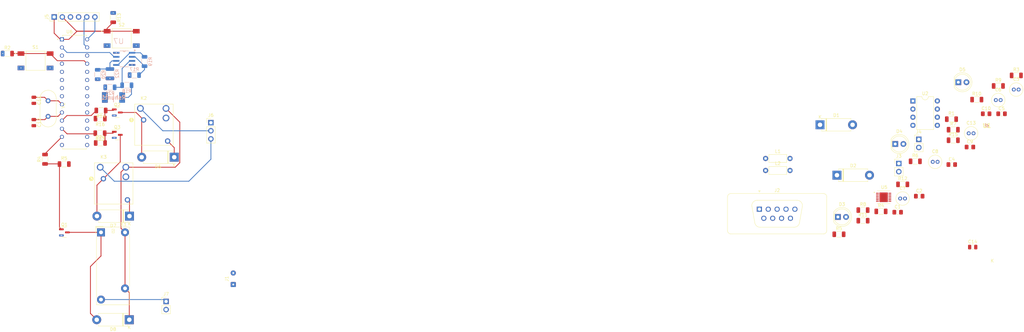
<source format=kicad_pcb>
(kicad_pcb (version 20211014) (generator pcbnew)
  (layers (0 "F.Cu" signal) (31 "B.Cu" signal) (34 "B.Paste" user) (35 "F.Paste" user) (36 "B.SilkS" user "B.Silkscreen") (37 "F.SilkS" user "F.Silkscreen") (38 "B.Mask" user) (39 "F.Mask" user) (44 "Edge.Cuts" user))
  (net 0 "")
  (net 1 "Net-(C1-Pad1)")
  (net 2 "+VCC2")
  (net 3 "Net-(C2-Pad1)")
  (net 4 "+VCC1")
  (net 5 "Net-(C4-Pad1)")
  (net 6 "Net-(C5-Pad1)")
  (net 7 "/CANH")
  (net 8 "/CANL")
  (net 9 "/OSC1")
  (net 10 "/OSC2 ")
  (net 11 "VBAT")
  (net 12 "Net-(D3-Pad2)")
  (net 13 "Net-(D4-Pad2)")
  (net 14 "Net-(D5-Pad2)")
  (net 15 "Net-(D6-Pad2)")
  (net 16 "Net-(D7-Pad2)")
  (net 23 "Net-(C1-Pad2)")
  (net 24 "/RESET")
  (net 25 "/PGC")
  (net 26 "/PGD")
  (net 27 "M2")
  (net 28 "M1")
  (net 29 "Net-(J7-Pad1)")
  (net 30 "Net-(K1-Pad1)")
  (net 31 "/PMW_5V")
  (net 32 "/Relé1")
  (net 33 "/Relé2")
  (net 34 "/Heater")
  (net 35 "Net-(R4-Pad1)")
  (net 36 "/SCL2")
  (net 37 "Net-(R7-Pad2)")
  (net 38 "Net-(R15-Pad1)")
  (net 39 "Net-(R17-Pad1)")
  (net 40 "Net-(R18-Pad1)")
  (net 41 "/Relé_Out")
  (net 42 "/IN_B")
  (net 43 "Net-(R20-Pad2)")
  (net 44 "/TX_CAN")
  (net 45 "/RX_CAN")
  (net 46 "Net-(C2-Pad2)")
  (net 47 "/INTB")
  (net 48 "/SD")
  (net 49 "Net-(U7-Pad8)")
  (net 58 "GND")
  (net 59 "Net-(D6-Pad1)")
  (net 60 "Net-(K3-Pad2)")
  (net 61 "Net-(Q1-Pad1)")
  (net 62 "Net-(Q2-Pad1)")
  (net 63 "Net-(Q3-Pad1)")
  (net 64 "/SCL1")
  (net 65 "/SDA1")
  (net 66 "Net-(R6-Pad2)")
  (net 67 "/SDA2")
  (net 69 "INTERRP")
  (footprint "Capacitor_SMD:C_0805_2012Metric" (layer "F.Cu") (at 412.98 129.06)
    (fp_text reference "C14")
    (fp_text value "100 nF")
  )
  (footprint "Capacitor_SMD:C_0805_2012Metric_Pad1.18x1.45mm_HandSolder" (layer "F.Cu") (at 421.985 87.4)
    (fp_text reference "C5")
    (fp_text value "10uF")
  )
  (footprint "Inductor_THT:L_Axial_L5.3mm_D2.2mm_P7.62mm_Horizontal_Vishay_IM-1" (layer "F.Cu") (at 348.355 105.12)
    (fp_text reference "L2")
    (fp_text value "18uH")
  )
  (footprint "Package_TO_SOT_SMD:SOT-23" (layer "F.Cu") (at 146.05 86.995)
    (fp_text reference "Q2")
    (fp_text value "BC817")
  )
  (footprint "Resistor_SMD:R_1206_3216Metric" (layer "F.Cu") (at 395.055 102.26)
    (fp_text reference "R6")
    (fp_text value "200k")
  )
  (footprint "Diode_THT:D_5W_P10.16mm_Horizontal" (layer "F.Cu") (at 365.335 90.84)
    (fp_text reference "D1")
    (fp_text value "1N4002")
  )
  (footprint "Capacitor_THT:C_Radial_D4.0mm_H5.0mm_P1.50mm" (layer "F.Cu") (at 420.195 83.12)
    (fp_text reference "C6")
    (fp_text value "10uF")
  )
  (footprint "Llibreria_Projecte_Maleter:RELAY_1393280-5" (layer "F.Cu") (at 157.48 90.805)
    (fp_text reference "K2")
    (fp_text value "1393280-5")
  )
  (footprint "Resistor_SMD:R_1206_3216Metric" (layer "F.Cu") (at 140.6545 93.472 180)
    (fp_text reference "R23")
    (fp_text value "60k")
  )
  (footprint "Resistor_SMD:R_1206_3216Metric" (layer "F.Cu") (at 111.76 68.58)
    (fp_text reference "R2")
    (fp_text value "10K")
  )
  (footprint "Llibreria_Projecte_Maleter:SW_2-1437565-7" (layer "F.Cu") (at 147.425 63.845)
    (fp_text reference "S2")
    (fp_text value "2-1437565-7")
  )
  (footprint "Package_TO_SOT_SMD:SOT-23" (layer "F.Cu") (at 129.54 124.46)
    (fp_text reference "Q1")
    (fp_text value "BC817")
  )
  (footprint "Capacitor_SMD:C_0805_2012Metric" (layer "F.Cu") (at 120.015 83.185 -90)
    (fp_text reference "C11")
    (fp_text value "15 pF")
  )
  (footprint "Package_DIP:DIP-8_W7.62mm" (layer "F.Cu") (at 394.325 83.39)
    (fp_text reference "U2")
    (fp_text value "MCP2551-I-P")
  )
  (footprint "Llibreria_Projecte_Maleter:DIP787W45P254L3556H508Q28" (layer "F.Cu") (at 132.715 80.645)
    (fp_text reference "U6")
    (fp_text value "PIC18F258-I/SP")
  )
  (footprint "Capacitor_THT:C_Radial_D4.0mm_H5.0mm_P1.50mm" (layer "F.Cu") (at 400.515 102.42)
    (fp_text reference "C8")
    (fp_text value "100pF")
  )
  (footprint "Resistor_SMD:R_1206_3216Metric" (layer "F.Cu") (at 426.585 75.41)
    (fp_text reference "R3")
    (fp_text value "22k")
  )
  (footprint "Connector_PinHeader_2.54mm:PinHeader_1x02_P2.54mm_Vertical" (layer "F.Cu") (at 389.925 102.94)
    (fp_text reference "J3")
    (fp_text value "Conn_01x02")
  )
  (footprint "Diode_THT:D_5W_P10.16mm_Horizontal" (layer "F.Cu") (at 149.86 119.38 180)
    (fp_text reference "D7")
    (fp_text value "1N4002")
  )
  (footprint "Resistor_SMD:R_1206_3216Metric" (layer "F.Cu") (at 384.355 117.91)
    (fp_text reference "R4")
    (fp_text value "10k")
  )
  (footprint "Resistor_SMD:R_1206_3216Metric" (layer "F.Cu") (at 140.716 88.9 180)
    (fp_text reference "R16")
    (fp_text value "10k")
  )
  (footprint "Llibreria_Projecte_Maleter:SW_2-1437565-7" (layer "F.Cu") (at 120.545 70.83)
    (fp_text reference "S1")
    (fp_text value "2-1437565-7")
  )
  (footprint "Resistor_SMD:R_1206_3216Metric" (layer "F.Cu") (at 140.7775 96.52)
    (fp_text reference "R24")
    (fp_text value "10k")
  )
  (footprint "Capacitor_SMD:C_0805_2012Metric_Pad1.18x1.45mm_HandSolder" (layer "F.Cu") (at 406.445 103.27)
    (fp_text reference "C4")
    (fp_text value "10uF")
  )
  (footprint "Resistor_SMD:R_1206_3216Metric" (layer "F.Cu") (at 391.135 109.46)
    (fp_text reference "R12")
    (fp_text value "60")
  )
  (footprint "Diode_THT:D_5W_P10.16mm_Horizontal" (layer "F.Cu") (at 370.615 106.59)
    (fp_text reference "D2")
    (fp_text value "1N4002")
  )
  (footprint "Connector_PinHeader_2.54mm:PinHeader_1x03_P2.54mm_Vertical" (layer "F.Cu") (at 175.26 90.17)
    (fp_text reference "J6")
    (fp_text value "Conn_Male")
  )
  (footprint "Connector_PinHeader_2.54mm:PinHeader_1x06_P2.54mm_Vertical" (layer "F.Cu") (at 126.365 57.15 90)
    (fp_text reference "J5")
    (fp_text value "Conn_01x06_Fem")
  )
  (footprint "Relay_THT:Relay_1P1T_NO_10x24x18.8mm_Panasonic_ADW11xxxxW_THT" (layer "F.Cu") (at 140.97 124.46)
    (fp_text reference "K1")
    (fp_text value "ADW11")
  )
  (footprint "LED_THT:LED_D5.0mm" (layer "F.Cu") (at 408.495 77.54)
    (fp_text reference "D5")
    (fp_text value "LED")
  )
  (footprint "LED_THT:LED_D5.0mm" (layer "F.Cu") (at 370.915 119.64)
    (fp_text reference "D3")
    (fp_text value "LED")
  )
  (footprint "Crystal:Crystal_HC49-4H_Vertical" (layer "F.Cu") (at 124.46 83.335 -90)
    (fp_text reference "Y1")
    (fp_text value "Crystal")
  )
  (footprint "Resistor_SMD:R_1206_3216Metric" (layer "F.Cu") (at 123.5055 101.6 90)
    (fp_text reference "R4")
    (fp_text value "60k")
  )
  (footprint "Diode_THT:D_5W_P10.16mm_Horizontal" (layer "F.Cu") (at 149.8 151.765 180)
    (fp_text reference "D8")
    (fp_text value "1N4002")
  )
  (footprint "Capacitor_SMD:C_0805_2012Metric_Pad1.18x1.45mm_HandSolder" (layer "F.Cu") (at 417.175 87.4)
    (fp_text reference "C10")
    (fp_text value "0.1uF")
  )
  (footprint "Resistor_SMD:R_1206_3216Metric" (layer "F.Cu") (at 406.355 89.09)
    (fp_text reference "R1")
    (fp_text value "22k")
  )
  (footprint "Resistor_SMD:R_1206_3216Metric" (layer "F.Cu") (at 371.245 125.06)
    (fp_text reference "R5")
    (fp_text value "10k")
  )
  (footprint "Resistor_SMD:R_1206_3216Metric" (layer "F.Cu") (at 420.975 78.7)
    (fp_text reference "R9")
    (fp_text value "22k")
  )
  (footprint "Package_TO_SOT_SMD:SOT-23" (layer "F.Cu") (at 146.05 93.98)
    (fp_text reference "Q3")
    (fp_text value "BC817")
  )
  (footprint "Inductor_THT:L_Axial_L5.3mm_D2.2mm_P7.62mm_Horizontal_Vishay_IM-1" (layer "F.Cu") (at 348.355 101.37)
    (fp_text reference "L1")
    (fp_text value "18uH")
  )
  (footprint "Connector_Wire:SolderWire-0.1sqmm_1x02_P3.6mm_D0.4mm_OD1mm" (layer "F.Cu") (at 182.245 140.76 90)
    (fp_text reference "J1")
    (fp_text value "Conn_01x02")
  )
  (footprint "Resistor_SMD:R_1206_3216Metric" (layer "F.Cu") (at 378.745 120.8)
    (fp_text reference "R11")
    (fp_text value "1k")
  )
  (footprint "Llibreria_Projecte_Maleter:RELAY_1393280-5" (layer "F.Cu") (at 144.945 109.18)
    (fp_text reference "K3")
    (fp_text value "1393280-5")
  )
  (footprint "Resistor_SMD:R_1206_3216Metric" (layer "F.Cu") (at 406.905 95.67)
    (fp_text reference "R15")
    (fp_text value "1k")
  )
  (footprint "Connector_PinHeader_2.54mm:PinHeader_1x02_P2.54mm_Vertical" (layer "F.Cu") (at 161.29 146.05)
    (fp_text reference "J7")
    (fp_text value "Conn_01x02")
  )
  (footprint "Resistor_SMD:R_1206_3216Metric" (layer "F.Cu") (at 144.78 57.3425 -90)
    (fp_text reference "R13")
    (fp_text value "10K")
  )
  (footprint "Capacitor_SMD:C_0805_2012Metric_Pad1.18x1.45mm_HandSolder" (layer "F.Cu") (at 396.285 113.15)
    (fp_text reference "C2")
    (fp_text value "33pF")
  )
  (footprint "Capacitor_THT:C_Radial_D4.0mm_H5.0mm_P1.50mm" (layer "F.Cu") (at 411.735 93.51)
    (fp_text reference "C13")
    (fp_text value "100nF")
  )
  (footprint "Capacitor_SMD:C_0805_2012Metric" (layer "F.Cu") (at 120.015 90.17 -90)
    (fp_text reference "C12")
    (fp_text value "15 pF")
  )
  (footprint "Diode_THT:D_5W_P10.16mm_Horizontal" (layer "F.Cu") (at 163.83 100.965 180)
    (fp_text reference "D6")
    (fp_text value "1N4002")
  )
  (footprint "Capacitor_THT:C_Radial_D4.0mm_H5.0mm_P1.50mm" (layer "F.Cu") (at 425.805 79.83)
    (fp_text reference "C3")
    (fp_text value "100nF")
  )
  (footprint "Resistor_SMD:R_1206_3216Metric" (layer "F.Cu") (at 406.905 92.38)
    (fp_text reference "R7")
    (fp_text value "20k")
  )
  (footprint "Resistor_SMD:R_1206_3216Metric" (layer "F.Cu") (at 129.4785 103.124)
    (fp_text reference "R5")
    (fp_text value "10k")
  )
  (footprint "LED_THT:LED_D5.0mm" (layer "F.Cu") (at 388.815 96.84)
    (fp_text reference "D4")
    (fp_text value "LED")
  )
  (footprint "Llibreria_Projecte_Maleter:TCA39306DTMR" (layer "F.Cu") (at 417.41 91.13)
    (fp_text reference "U1")
    (fp_text value "TCA39306DTMR" hide)
  )
  (footprint "Connector_PinHeader_2.54mm:PinHeader_1x02_P2.54mm_Vertical" (layer "F.Cu") (at 396.165 95.39)
    (fp_text reference "J4")
    (fp_text value "Conn_01x02")
  )
  (footprint "Connector_Dsub:DSUB-9_Male_Vertical_P2.77x2.84mm" (layer "F.Cu") (at 346.415 117.219338)
    (fp_text reference "J2")
    (fp_text value "DB9_Male")
  )
  (footprint "Capacitor_THT:C_Radial_D4.0mm_H5.0mm_P1.50mm" (layer "F.Cu") (at 390.355 113.88)
    (fp_text reference "C7")
    (fp_text value "10uF")
  )
  (footprint "Resistor_SMD:R_1206_3216Metric" (layer "F.Cu") (at 414.255 82.96)
    (fp_text reference "R10")
    (fp_text value "1k")
  )
  (footprint "Resistor_SMD:R_1206_3216Metric" (layer "F.Cu") (at 378.745 117.51)
    (fp_text reference "R8")
    (fp_text value "22k")
  )
  (footprint "Llibreria_Projecte_Maleter:SON50P400X400X100-13N" (layer "F.Cu") (at 385.19 113.49)
    (fp_text reference "U5")
    (fp_text value "FDC2212QDNTTQ1")
  )
  (footprint "Resistor_SMD:R_1206_3216Metric" (layer "F.Cu") (at 140.97 86.36 180)
    (fp_text reference "R14")
    (fp_text value "60k")
  )
  (footprint "Capacitor_SMD:C_0805_2012Metric_Pad1.18x1.45mm_HandSolder" (layer "F.Cu") (at 412.115 97.79)
    (fp_text reference "C9")
    (fp_text value "0.1 uF")
  )
  (footprint "Capacitor_SMD:C_0805_2012Metric_Pad1.18x1.45mm_HandSolder" (layer "F.Cu") (at 389.565 118.16)
    (fp_text reference "C1")
    (fp_text value "33pF")
  )
  (footprint "Resistor_SMD:R_1206_3216Metric" (layer "B.Cu") (at 149.0325 78.49)
    (fp_text reference "R18")
    (fp_text value "1k")
  )
  (footprint "Resistor_SMD:R_1206_3216Metric" (layer "B.Cu") (at 143.76 79.125)
    (fp_text reference "R21")
    (fp_text value "100k")
  )
  (footprint "Llibreria_Projecte_Maleter:SOIC127P600X175-8N" (layer "B.Cu") (at 148.205 70.235 180)
    (fp_text reference "U7")
    (fp_text value "AD8616ARZ")
  )
  (footprint "Llibreria_Projecte_Maleter:ShuntRes" (layer "B.Cu") (at 144.87 82.3 180)
    (fp_text reference "Rshunt1")
    (fp_text value "2m" hide)
  )
  (footprint "Resistor_SMD:R_1206_3216Metric" (layer "B.Cu") (at 139.95 75.1225 90)
    (fp_text reference "R20")
    (fp_text value "10k")
  )
  (footprint "Resistor_SMD:R_1206_3216Metric" (layer "B.Cu") (at 154.555 71.0625 90)
    (fp_text reference "R19")
    (fp_text value "100k")
  )
  (footprint "Resistor_SMD:R_1210_3225Metric" (layer "B.Cu") (at 143.76 74.8725 90)
    (fp_text reference "R22")
    (fp_text value "80k")
  )
  (footprint "Resistor_SMD:R_1206_3216Metric" (layer "B.Cu") (at 151.38 75.315 180)
    (fp_text reference "R17")
    (fp_text value "1k")
  )
  (segment (start 127.658 83.335) (end 128.778 84.455) (width 0.25) (layer "F.Cu") (net 9))
  (segment (start 123.36 82.235) (end 124.46 83.335) (width 0.25) (layer "F.Cu") (net 9))
  (segment (start 120.015 82.235) (end 123.36 82.235) (width 0.25) (layer "F.Cu") (net 9))
  (segment (start 124.46 83.335) (end 127.658 83.335) (width 0.25) (layer "F.Cu") (net 9))
  (segment (start 124.46 88.215) (end 127.558 88.215) (width 0.25) (layer "F.Cu") (net 10))
  (segment (start 123.455 89.22) (end 124.46 88.215) (width 0.25) (layer "F.Cu") (net 10))
  (segment (start 127.558 88.215) (end 128.778 86.995) (width 0.25) (layer "F.Cu") (net 10))
  (segment (start 120.015 89.22) (end 123.455 89.22) (width 0.25) (layer "F.Cu") (net 10))
  (segment (start 164.145 104.1) (end 165.555 102.69) (width 0.25) (layer "F.Cu") (net 11))
  (segment (start 149.8 151.765) (end 149.8 143.29) (width 0.25) (layer "F.Cu") (net 11))
  (segment (start 147.220001 123.210001) (end 147.220001 105.604999) (width 0.25) (layer "F.Cu") (net 11))
  (segment (start 165.555 90.02) (end 161.26 85.725) (width 0.25) (layer "F.Cu") (net 11))
  (segment (start 147.220001 105.604999) (end 148.725 104.1) (width 0.25) (layer "F.Cu") (net 11))
  (segment (start 148.47 124.46) (end 147.220001 123.210001) (width 0.25) (layer "F.Cu") (net 11))
  (segment (start 165.555 102.69) (end 165.555 90.02) (width 0.25) (layer "F.Cu") (net 11))
  (segment (start 149.8 143.29) (end 148.47 141.96) (width 0.25) (layer "F.Cu") (net 11))
  (segment (start 148.12 104.1) (end 148.725 104.1) (width 0.25) (layer "F.Cu") (net 11))
  (segment (start 148.725 104.1) (end 164.145 104.1) (width 0.25) (layer "F.Cu") (net 11))
  (segment (start 148.47 141.96) (end 148.47 124.46) (width 0.25) (layer "F.Cu") (net 11))
  (segment (start 153.67 100.965) (end 153.67 89.915) (width 0.25) (layer "F.Cu") (net 15))
  (segment (start 153.67 89.915) (end 154.26 89.325) (width 0.25) (layer "F.Cu") (net 15))
  (segment (start 146.9875 86.995) (end 151.93 86.995) (width 0.25) (layer "F.Cu") (net 15))
  (segment (start 151.93 86.995) (end 154.26 89.325) (width 0.25) (layer "F.Cu") (net 15))
  (segment (start 146.9875 93.98) (end 146.9875 102.4375) (width 0.25) (layer "F.Cu") (net 16))
  (segment (start 139.7 109.725) (end 141.725 107.7) (width 0.25) (layer "F.Cu") (net 16))
  (segment (start 146.9875 102.4375) (end 141.725 107.7) (width 0.25) (layer "F.Cu") (net 16))
  (segment (start 139.7 119.38) (end 139.7 109.725) (width 0.25) (layer "F.Cu") (net 16))
  (segment (start 151.975 61.595) (end 142.875 61.595) (width 0.25) (layer "F.Cu") (net 24))
  (segment (start 142.875 61.595) (end 133.35 61.595) (width 0.25) (layer "F.Cu") (net 24))
  (segment (start 142.875 60.71) (end 142.875 61.595) (width 0.25) (layer "F.Cu") (net 24))
  (segment (start 130.937 64.135) (end 128.778 64.135) (width 0.25) (layer "F.Cu") (net 24))
  (segment (start 126.365 62.23) (end 128.27 64.135) (width 0.25) (layer "F.Cu") (net 24))
  (segment (start 133.477 61.595) (end 130.937 64.135) (width 0.25) (layer "F.Cu") (net 24))
  (segment (start 144.78 58.805) (end 142.875 60.71) (width 0.25) (layer "F.Cu") (net 24))
  (segment (start 133.35 61.595) (end 128.905 57.15) (width 0.25) (layer "F.Cu") (net 24))
  (segment (start 126.365 57.15) (end 126.365 62.23) (width 0.25) (layer "F.Cu") (net 24))
  (segment (start 142.875 61.595) (end 133.477 61.595) (width 0.25) (layer "F.Cu") (net 24))
  (segment (start 128.27 64.135) (end 128.778 64.135) (width 0.25) (layer "F.Cu") (net 24))
  (segment (start 136.525 57.15) (end 135.675 58) (width 0.25) (layer "B.Cu") (net 25))
  (segment (start 135.675 58) (end 135.675 65.698) (width 0.25) (layer "B.Cu") (net 25))
  (segment (start 135.675 65.698) (end 136.652 66.675) (width 0.25) (layer "B.Cu") (net 25))
  (segment (start 139.065 61.722) (end 136.652 64.135) (width 0.25) (layer "B.Cu") (net 26))
  (segment (start 139.065 57.15) (end 139.065 61.722) (width 0.25) (layer "B.Cu") (net 26))
  (segment (start 175.26 101.6) (end 175.26 95.25) (width 0.25) (layer "B.Cu") (net 27))
  (segment (start 168.385 108.475) (end 175.26 101.6) (width 0.25) (layer "B.Cu") (net 27))
  (segment (start 145.1 108.475) (end 168.385 108.475) (width 0.25) (layer "B.Cu") (net 27))
  (segment (start 140.725 104.1) (end 145.1 108.475) (width 0.25) (layer "B.Cu") (net 27))
  (segment (start 153.26 85.725) (end 160.245 92.71) (width 0.25) (layer "B.Cu") (net 28))
  (segment (start 160.245 92.71) (end 175.26 92.71) (width 0.25) (layer "B.Cu") (net 28))
  (segment (start 160.7 145.46) (end 161.29 146.05) (width 0.25) (layer "F.Cu") (net 29))
  (segment (start 160.7 145.46) (end 161.29 146.05) (width 0.25) (layer "B.Cu") (net 29))
  (segment (start 140.97 145.46) (end 160.7 145.46) (width 0.25) (layer "B.Cu") (net 29))
  (segment (start 140.97 131.826) (end 140.97 124.46) (width 0.25) (layer "F.Cu") (net 30))
  (segment (start 137.668 149.793) (end 137.668 135.128) (width 0.25) (layer "F.Cu") (net 30))
  (segment (start 130.4775 124.46) (end 140.97 124.46) (width 0.25) (layer "F.Cu") (net 30))
  (segment (start 139.64 151.765) (end 137.668 149.793) (width 0.25) (layer "F.Cu") (net 30))
  (segment (start 137.668 135.128) (end 140.97 131.826) (width 0.25) (layer "F.Cu") (net 30))
  (segment (start 123.5055 99.8875) (end 128.778 94.615) (width 0.25) (layer "F.Cu") (net 31))
  (segment (start 123.5055 100.1375) (end 123.5055 99.8875) (width 0.25) (layer "F.Cu") (net 31))
  (segment (start 128.778 89.535) (end 130.368 87.945) (width 0.25) (layer "F.Cu") (net 32))
  (segment (start 130.368 87.945) (end 137.9225 87.945) (width 0.25) (layer "F.Cu") (net 32))
  (segment (start 137.9225 87.945) (end 139.5075 86.36) (width 0.25) (layer "F.Cu") (net 32))
  (segment (start 128.778 92.075) (end 130.368 93.665) (width 0.25) (layer "F.Cu") (net 33))
  (segment (start 138.999 93.665) (end 139.192 93.472) (width 0.25) (layer "F.Cu") (net 33))
  (segment (start 130.368 93.665) (end 138.999 93.665) (width 0.25) (layer "F.Cu") (net 33))
  (segment (start 127.32 70.805) (end 135.702 70.805) (width 0.25) (layer "F.Cu") (net 34))
  (segment (start 125.095 68.58) (end 127.32 70.805) (width 0.25) (layer "F.Cu") (net 34))
  (segment (start 135.702 70.805) (end 136.652 71.755) (width 0.25) (layer "F.Cu") (net 34))
  (segment (start 115.995 68.58) (end 125.095 68.58) (width 0.25) (layer "F.Cu") (net 34))
  (segment (start 113.2225 68.58) (end 115.995 68.58) (width 0.25) (layer "F.Cu") (net 34))
  (segment (start 154.555 73.6025) (end 154.555 72.525) (width 0.25) (layer "B.Cu") (net 39))
  (segment (start 152.8425 75.315) (end 154.555 73.6025) (width 0.25) (layer "B.Cu") (net 39))
  (segment (start 151.63 69.6) (end 150.6688 69.6) (width 0.25) (layer "B.Cu") (net 39))
  (segment (start 154.555 72.525) (end 151.63 69.6) (width 0.25) (layer "B.Cu") (net 39))
  (segment (start 145.2225 79.125) (end 146.935 79.125) (width 0.25) (layer "B.Cu") (net 40))
  (segment (start 149.9576 70.87) (end 150.6688 70.87) (width 0.25) (layer "B.Cu") (net 40))
  (segment (start 147.57 73.2576) (end 149.9576 70.87) (width 0.25) (layer "B.Cu") (net 40))
  (segment (start 146.935 79.125) (end 147.57 78.49) (width 0.25) (layer "B.Cu") (net 40))
  (segment (start 147.57 78.49) (end 147.57 73.2576) (width 0.25) (layer "B.Cu") (net 40))
  (segment (start 149.475 82.3) (end 150.495 81.28) (width 0.25) (layer "B.Cu") (net 41))
  (segment (start 145.1125 87.945) (end 145.1125 87.9325) (width 0.25) (layer "B.Cu") (net 41))
  (segment (start 150.495 81.28) (end 150.495 78.49) (width 0.25) (layer "B.Cu") (net 41))
  (segment (start 147.57 82.3) (end 149.475 82.3) (width 0.25) (layer "B.Cu") (net 41))
  (segment (start 153.285 68.33) (end 154.555 69.6) (width 0.25) (layer "B.Cu") (net 42))
  (segment (start 150.6688 68.33) (end 153.285 68.33) (width 0.25) (layer "B.Cu") (net 42))
  (segment (start 145.7412 72.14) (end 146.2088 72.14) (width 0.25) (layer "B.Cu") (net 42))
  (segment (start 150.0188 68.33) (end 150.6688 68.33) (width 0.25) (layer "B.Cu") (net 42))
  (segment (start 146.2088 72.14) (end 150.0188 68.33) (width 0.25) (layer "B.Cu") (net 42))
  (segment (start 140.2 73.41) (end 139.95 73.66) (width 0.25) (layer "B.Cu") (net 43))
  (segment (start 143.76 73.41) (end 140.2 73.41) (width 0.25) (layer "B.Cu") (net 43))
  (segment (start 143.76 71.505) (end 143.76 73.41) (width 0.25) (layer "B.Cu") (net 43))
  (segment (start 145.7412 70.87) (end 144.395 70.87) (width 0.25) (layer "B.Cu") (net 43))
  (segment (start 144.395 70.87) (end 143.76 71.505) (width 0.25) (layer "B.Cu") (net 43))
  (segment (start 163.83 97.995) (end 161.76 95.925) (width 0.25) (layer "F.Cu") (net 59))
  (segment (start 163.83 100.965) (end 163.83 97.995) (width 0.25) (layer "F.Cu") (net 59))
  (segment (start 149.86 114.935) (end 149.225 114.3) (width 0.25) (layer "F.Cu") (net 60))
  (segment (start 149.86 119.38) (end 149.86 114.935) (width 0.25) (layer "F.Cu") (net 60))
  (segment (start 123.5055 103.0625) (end 127.9545 103.0625) (width 0.25) (layer "F.Cu") (net 61))
  (segment (start 128.016 122.9235) (end 128.6025 123.51) (width 0.25) (layer "F.Cu") (net 61))
  (segment (start 128.016 103.124) (end 128.016 122.9235) (width 0.25) (layer "F.Cu") (net 61))
  (segment (start 127.9545 103.0625) (end 128.016 103.124) (width 0.25) (layer "F.Cu") (net 61))
  (segment (start 144.7975 86.36) (end 145.1125 86.045) (width 0.25) (layer "F.Cu") (net 62))
  (segment (start 142.1785 86.614) (end 142.4325 86.36) (width 0.25) (layer "F.Cu") (net 62))
  (segment (start 142.4325 86.36) (end 144.7975 86.36) (width 0.25) (layer "F.Cu") (net 62))
  (segment (start 142.1785 88.9) (end 142.1785 86.614) (width 0.25) (layer "F.Cu") (net 62))
  (segment (start 142.24 96.52) (end 142.24 93.595) (width 0.25) (layer "F.Cu") (net 63))
  (segment (start 142.24 93.595) (end 142.117 93.472) (width 0.25) (layer "F.Cu") (net 63))
  (segment (start 144.6705 93.472) (end 145.1125 93.03) (width 0.25) (layer "F.Cu") (net 63))
  (segment (start 145.1125 93.03) (end 145.1125 93.213003) (width 0.25) (layer "F.Cu") (net 63))
  (segment (start 142.117 93.472) (end 144.6705 93.472) (width 0.25) (layer "F.Cu") (net 63))
  (segment (start 145.03 69.6) (end 143.695 68.265) (width 0.25) (layer "B.Cu") (net 69))
  (segment (start 145.7412 69.6) (end 145.03 69.6) (width 0.25) (layer "B.Cu") (net 69))
  (segment (start 143.695 68.265) (end 130.368 68.265) (width 0.25) (layer "B.Cu") (net 69))
  (segment (start 130.368 68.265) (end 128.778 66.675) (width 0.25) (layer "B.Cu") (net 69))
)
</source>
